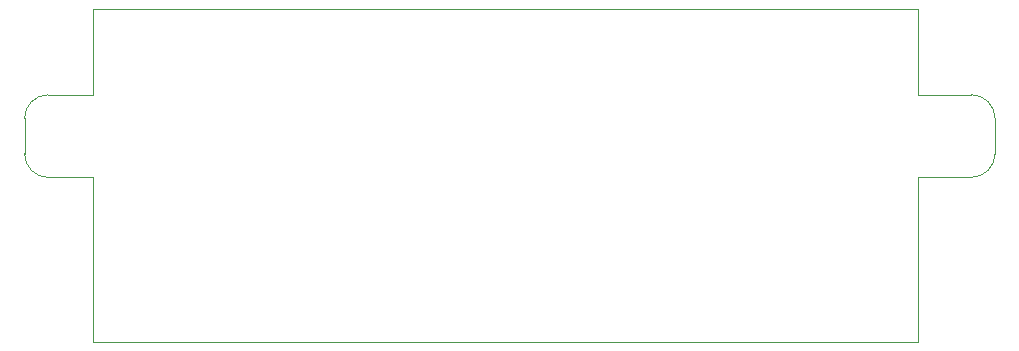
<source format=gbr>
%TF.GenerationSoftware,KiCad,Pcbnew,(5.1.6)-1*%
%TF.CreationDate,2020-11-25T02:59:11+01:00*%
%TF.ProjectId,heater_led_tempSensor_board,68656174-6572-45f6-9c65-645f74656d70,rev?*%
%TF.SameCoordinates,Original*%
%TF.FileFunction,Profile,NP*%
%FSLAX46Y46*%
G04 Gerber Fmt 4.6, Leading zero omitted, Abs format (unit mm)*
G04 Created by KiCad (PCBNEW (5.1.6)-1) date 2020-11-25 02:59:11*
%MOMM*%
%LPD*%
G01*
G04 APERTURE LIST*
%TA.AperFunction,Profile*%
%ADD10C,0.050000*%
%TD*%
G04 APERTURE END LIST*
D10*
X168910000Y-113030000D02*
X168910000Y-118110000D01*
X99060000Y-118110000D02*
X99060000Y-104140000D01*
X168910000Y-118110000D02*
X99060000Y-118110000D01*
X168910000Y-104140000D02*
X168910000Y-113030000D01*
X173455943Y-104140097D02*
X168910000Y-104140000D01*
X168910000Y-89859759D02*
X99060000Y-89859948D01*
X95292679Y-104142686D02*
X99060000Y-104140000D01*
X168910000Y-89859759D02*
X168910000Y-97142306D01*
X99060000Y-89859948D02*
X99069008Y-97143269D01*
X173456113Y-97142428D02*
X168910000Y-97142306D01*
X175455992Y-102140146D02*
X175456065Y-99142476D01*
X175455992Y-102140146D02*
G75*
G02*
X173455943Y-104140097I-2000000J49D01*
G01*
X173456113Y-97142428D02*
G75*
G02*
X175456065Y-99142476I-48J-2000000D01*
G01*
X95292849Y-97143171D02*
X99069008Y-97143269D01*
X93292801Y-99143123D02*
X93292728Y-102142637D01*
X95292679Y-104142686D02*
G75*
G02*
X93292728Y-102142637I49J2000000D01*
G01*
X93292801Y-99143123D02*
G75*
G02*
X95292849Y-97143171I2000000J-48D01*
G01*
X99069008Y-97143269D02*
X99069008Y-97143269D01*
M02*

</source>
